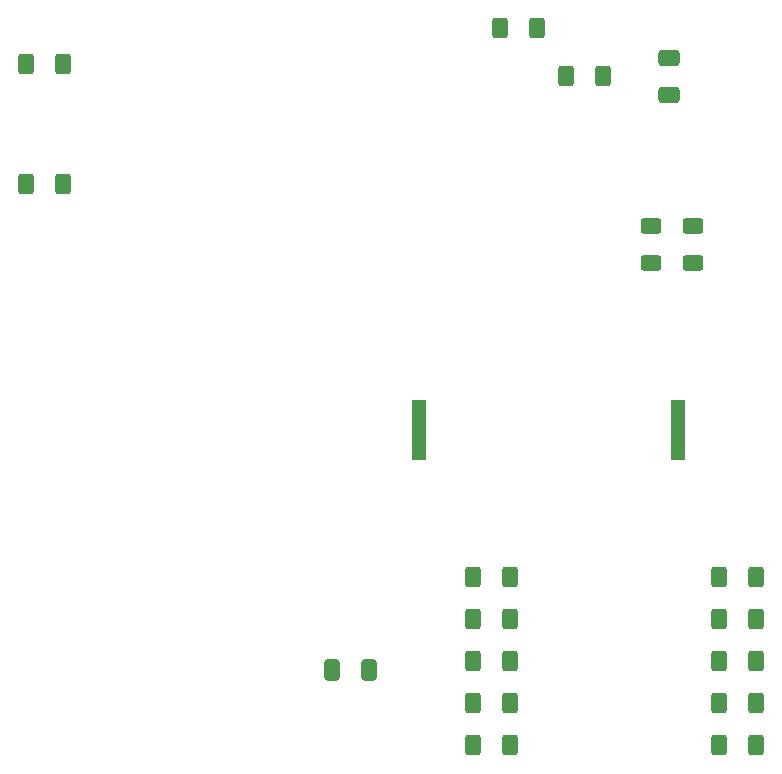
<source format=gbr>
%TF.GenerationSoftware,KiCad,Pcbnew,7.0.7*%
%TF.CreationDate,2024-11-29T17:50:20-06:00*%
%TF.ProjectId,DAQ Rev 2,44415120-5265-4762-9032-2e6b69636164,rev?*%
%TF.SameCoordinates,Original*%
%TF.FileFunction,Paste,Bot*%
%TF.FilePolarity,Positive*%
%FSLAX46Y46*%
G04 Gerber Fmt 4.6, Leading zero omitted, Abs format (unit mm)*
G04 Created by KiCad (PCBNEW 7.0.7) date 2024-11-29 17:50:20*
%MOMM*%
%LPD*%
G01*
G04 APERTURE LIST*
G04 Aperture macros list*
%AMRoundRect*
0 Rectangle with rounded corners*
0 $1 Rounding radius*
0 $2 $3 $4 $5 $6 $7 $8 $9 X,Y pos of 4 corners*
0 Add a 4 corners polygon primitive as box body*
4,1,4,$2,$3,$4,$5,$6,$7,$8,$9,$2,$3,0*
0 Add four circle primitives for the rounded corners*
1,1,$1+$1,$2,$3*
1,1,$1+$1,$4,$5*
1,1,$1+$1,$6,$7*
1,1,$1+$1,$8,$9*
0 Add four rect primitives between the rounded corners*
20,1,$1+$1,$2,$3,$4,$5,0*
20,1,$1+$1,$4,$5,$6,$7,0*
20,1,$1+$1,$6,$7,$8,$9,0*
20,1,$1+$1,$8,$9,$2,$3,0*%
G04 Aperture macros list end*
%ADD10RoundRect,0.250000X-0.412500X-0.650000X0.412500X-0.650000X0.412500X0.650000X-0.412500X0.650000X0*%
%ADD11RoundRect,0.250000X-0.400000X-0.625000X0.400000X-0.625000X0.400000X0.625000X-0.400000X0.625000X0*%
%ADD12R,1.270000X5.080000*%
%ADD13RoundRect,0.250000X0.400000X0.625000X-0.400000X0.625000X-0.400000X-0.625000X0.400000X-0.625000X0*%
%ADD14RoundRect,0.250000X0.650000X-0.412500X0.650000X0.412500X-0.650000X0.412500X-0.650000X-0.412500X0*%
%ADD15RoundRect,0.250000X0.625000X-0.400000X0.625000X0.400000X-0.625000X0.400000X-0.625000X-0.400000X0*%
G04 APERTURE END LIST*
D10*
%TO.C,C2*%
X153377500Y-107696000D03*
X156502500Y-107696000D03*
%TD*%
D11*
%TO.C,R2*%
X127482000Y-66548000D03*
X130582000Y-66548000D03*
%TD*%
D12*
%TO.C,BT2*%
X182689000Y-87376000D03*
X160719000Y-87376000D03*
%TD*%
D11*
%TO.C,R11*%
X186151000Y-110490000D03*
X189251000Y-110490000D03*
%TD*%
D13*
%TO.C,R6*%
X168428000Y-110490000D03*
X165328000Y-110490000D03*
%TD*%
D14*
%TO.C,C8*%
X181864000Y-58966500D03*
X181864000Y-55841500D03*
%TD*%
D13*
%TO.C,R3*%
X168428000Y-99822000D03*
X165328000Y-99822000D03*
%TD*%
D11*
%TO.C,R12*%
X186151000Y-114046000D03*
X189251000Y-114046000D03*
%TD*%
D13*
%TO.C,R16*%
X170714000Y-53340000D03*
X167614000Y-53340000D03*
%TD*%
%TO.C,R5*%
X168428000Y-106934000D03*
X165328000Y-106934000D03*
%TD*%
D15*
%TO.C,R13*%
X183896000Y-73204000D03*
X183896000Y-70104000D03*
%TD*%
D11*
%TO.C,R10*%
X186151000Y-106934000D03*
X189251000Y-106934000D03*
%TD*%
D13*
%TO.C,R7*%
X168428000Y-114010000D03*
X165328000Y-114010000D03*
%TD*%
D11*
%TO.C,R1*%
X127482000Y-56388000D03*
X130582000Y-56388000D03*
%TD*%
%TO.C,R9*%
X186151000Y-103378000D03*
X189251000Y-103378000D03*
%TD*%
%TO.C,R8*%
X186151000Y-99822000D03*
X189251000Y-99822000D03*
%TD*%
D15*
%TO.C,R14*%
X180340000Y-73178000D03*
X180340000Y-70078000D03*
%TD*%
D13*
%TO.C,R15*%
X176302000Y-57404000D03*
X173202000Y-57404000D03*
%TD*%
%TO.C,R4*%
X168428000Y-103330000D03*
X165328000Y-103330000D03*
%TD*%
M02*

</source>
